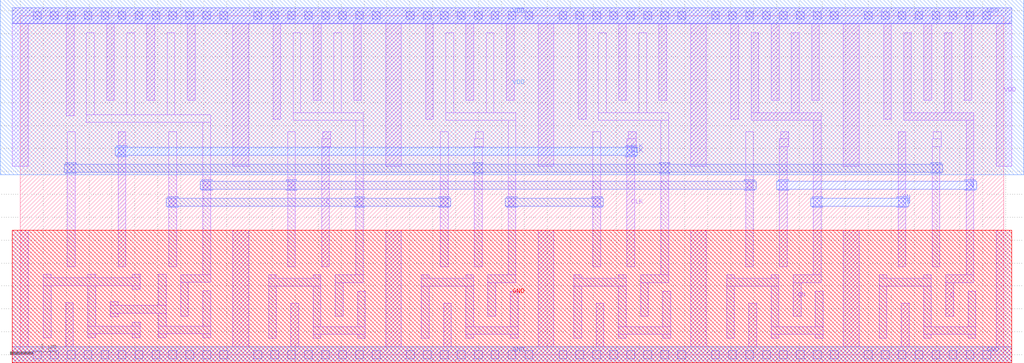
<source format=lef>
VERSION 5.7 ;
  NOWIREEXTENSIONATPIN ON ;
  DIVIDERCHAR "/" ;
  BUSBITCHARS "[]" ;
MACRO DFFX1
  CLASS CORE ;
  FOREIGN DFFX1 ;
  ORIGIN 0.000 0.000 ;
  SIZE 21.460 BY 7.400 ;
  SYMMETRY X Y R90 ;
  SITE unitrh ;
  PIN Q
    DIRECTION OUTPUT ;
    USE SIGNAL ;
    ANTENNAGATEAREA 1.027250 ;
    ANTENNADIFFAREA 1.351900 ;
    PORT
      LAYER li1 ;
        RECT 19.275 5.285 19.445 7.020 ;
        RECT 20.155 5.285 20.325 7.020 ;
        RECT 19.275 5.115 20.805 5.285 ;
        RECT 16.595 4.710 16.765 4.865 ;
        RECT 16.565 4.535 16.765 4.710 ;
        RECT 16.565 1.915 16.735 4.535 ;
        RECT 20.635 1.740 20.805 5.115 ;
        RECT 20.195 1.570 20.805 1.740 ;
        RECT 20.195 0.835 20.365 1.570 ;
      LAYER mcon ;
        RECT 16.565 3.615 16.735 3.785 ;
        RECT 20.635 3.615 20.805 3.785 ;
      LAYER met1 ;
        RECT 16.535 3.785 16.765 3.815 ;
        RECT 20.605 3.785 20.835 3.815 ;
        RECT 16.505 3.615 20.865 3.785 ;
        RECT 16.535 3.585 16.765 3.615 ;
        RECT 20.605 3.585 20.835 3.615 ;
    END
  END Q
  PIN QN
    DIRECTION OUTPUT ;
    USE SIGNAL ;
    ANTENNAGATEAREA 1.033250 ;
    ANTENNADIFFAREA 1.351900 ;
    PORT
      LAYER li1 ;
        RECT 15.945 5.285 16.115 7.020 ;
        RECT 16.825 5.285 16.995 7.020 ;
        RECT 15.945 5.115 17.475 5.285 ;
        RECT 17.305 1.740 17.475 5.115 ;
        RECT 19.155 1.915 19.325 4.865 ;
        RECT 16.865 1.570 17.475 1.740 ;
        RECT 16.865 0.835 17.035 1.570 ;
      LAYER mcon ;
        RECT 17.305 3.245 17.475 3.415 ;
        RECT 19.155 3.245 19.325 3.415 ;
      LAYER met1 ;
        RECT 17.275 3.415 17.505 3.445 ;
        RECT 19.125 3.415 19.355 3.445 ;
        RECT 17.245 3.245 19.385 3.415 ;
        RECT 17.275 3.215 17.505 3.245 ;
        RECT 19.125 3.215 19.355 3.245 ;
    END
  END QN
  PIN D
    DIRECTION INPUT ;
    USE SIGNAL ;
    ANTENNAGATEAREA 1.027250 ;
    PORT
      LAYER li1 ;
        RECT 6.605 4.710 6.775 4.865 ;
        RECT 6.575 4.535 6.775 4.710 ;
        RECT 6.575 1.915 6.745 4.535 ;
    END
  END D
  PIN CLK
    DIRECTION INPUT ;
    USE SIGNAL ;
    ANTENNAGATEAREA 2.042100 ;
    PORT
      LAYER li1 ;
        RECT 2.135 1.915 2.305 4.865 ;
        RECT 13.265 4.710 13.435 4.865 ;
        RECT 13.235 4.535 13.435 4.710 ;
        RECT 13.235 1.915 13.405 4.535 ;
      LAYER mcon ;
        RECT 2.135 4.355 2.305 4.525 ;
        RECT 13.235 4.355 13.405 4.525 ;
      LAYER met1 ;
        RECT 2.105 4.525 2.335 4.555 ;
        RECT 13.205 4.525 13.435 4.555 ;
        RECT 2.075 4.355 13.465 4.525 ;
        RECT 2.105 4.325 2.335 4.355 ;
        RECT 13.205 4.325 13.435 4.355 ;
    END
  END CLK
  PIN VDD
    DIRECTION INOUT ;
    USE POWER ;
    SHAPE ABUTMENT ;
    PORT
      LAYER nwell ;
        RECT -0.435 3.930 21.895 7.750 ;
      LAYER li1 ;
        RECT -0.170 7.230 21.630 7.570 ;
        RECT -0.170 4.110 0.170 7.230 ;
        RECT 1.005 5.215 1.175 7.230 ;
        RECT 1.885 5.555 2.055 7.230 ;
        RECT 2.765 5.555 2.935 7.230 ;
        RECT 3.645 5.555 3.815 7.230 ;
        RECT 4.640 4.110 4.980 7.230 ;
        RECT 5.515 5.135 5.685 7.230 ;
        RECT 6.395 5.555 6.565 7.230 ;
        RECT 7.275 5.555 7.445 7.230 ;
        RECT 7.970 4.110 8.310 7.230 ;
        RECT 8.845 5.135 9.015 7.230 ;
        RECT 9.725 5.555 9.895 7.230 ;
        RECT 10.605 5.555 10.775 7.230 ;
        RECT 11.300 4.110 11.640 7.230 ;
        RECT 12.175 5.135 12.345 7.230 ;
        RECT 13.055 5.555 13.225 7.230 ;
        RECT 13.935 5.555 14.105 7.230 ;
        RECT 14.630 4.110 14.970 7.230 ;
        RECT 15.505 5.135 15.675 7.230 ;
        RECT 16.385 5.555 16.555 7.230 ;
        RECT 17.265 5.555 17.435 7.230 ;
        RECT 17.960 4.110 18.300 7.230 ;
        RECT 18.835 5.135 19.005 7.230 ;
        RECT 19.715 5.555 19.885 7.230 ;
        RECT 20.595 5.555 20.765 7.230 ;
        RECT 21.290 4.110 21.630 7.230 ;
      LAYER mcon ;
        RECT 0.285 7.315 0.455 7.485 ;
        RECT 0.655 7.315 0.825 7.485 ;
        RECT 1.025 7.315 1.195 7.485 ;
        RECT 1.395 7.315 1.565 7.485 ;
        RECT 1.765 7.315 1.935 7.485 ;
        RECT 2.135 7.315 2.305 7.485 ;
        RECT 2.505 7.315 2.675 7.485 ;
        RECT 2.875 7.315 3.045 7.485 ;
        RECT 3.245 7.315 3.415 7.485 ;
        RECT 3.615 7.315 3.785 7.485 ;
        RECT 3.985 7.315 4.155 7.485 ;
        RECT 4.355 7.315 4.525 7.485 ;
        RECT 5.095 7.315 5.265 7.485 ;
        RECT 5.465 7.315 5.635 7.485 ;
        RECT 5.835 7.315 6.005 7.485 ;
        RECT 6.205 7.315 6.375 7.485 ;
        RECT 6.575 7.315 6.745 7.485 ;
        RECT 6.945 7.315 7.115 7.485 ;
        RECT 7.315 7.315 7.485 7.485 ;
        RECT 7.685 7.315 7.855 7.485 ;
        RECT 8.425 7.315 8.595 7.485 ;
        RECT 8.795 7.315 8.965 7.485 ;
        RECT 9.165 7.315 9.335 7.485 ;
        RECT 9.535 7.315 9.705 7.485 ;
        RECT 9.905 7.315 10.075 7.485 ;
        RECT 10.275 7.315 10.445 7.485 ;
        RECT 10.645 7.315 10.815 7.485 ;
        RECT 11.015 7.315 11.185 7.485 ;
        RECT 11.755 7.315 11.925 7.485 ;
        RECT 12.125 7.315 12.295 7.485 ;
        RECT 12.495 7.315 12.665 7.485 ;
        RECT 12.865 7.315 13.035 7.485 ;
        RECT 13.235 7.315 13.405 7.485 ;
        RECT 13.605 7.315 13.775 7.485 ;
        RECT 13.975 7.315 14.145 7.485 ;
        RECT 14.345 7.315 14.515 7.485 ;
        RECT 15.085 7.315 15.255 7.485 ;
        RECT 15.455 7.315 15.625 7.485 ;
        RECT 15.825 7.315 15.995 7.485 ;
        RECT 16.195 7.315 16.365 7.485 ;
        RECT 16.565 7.315 16.735 7.485 ;
        RECT 16.935 7.315 17.105 7.485 ;
        RECT 17.305 7.315 17.475 7.485 ;
        RECT 17.675 7.315 17.845 7.485 ;
        RECT 18.415 7.315 18.585 7.485 ;
        RECT 18.785 7.315 18.955 7.485 ;
        RECT 19.155 7.315 19.325 7.485 ;
        RECT 19.525 7.315 19.695 7.485 ;
        RECT 19.895 7.315 20.065 7.485 ;
        RECT 20.265 7.315 20.435 7.485 ;
        RECT 20.635 7.315 20.805 7.485 ;
        RECT 21.005 7.315 21.175 7.485 ;
      LAYER met1 ;
        RECT -0.170 7.225 21.630 7.570 ;
    END
  END VDD
  PIN GND
    DIRECTION INOUT ;
    USE GROUND ;
    SHAPE ABUTMENT ;
    PORT
      LAYER pwell ;
        RECT -0.170 -0.170 21.630 2.720 ;
      LAYER li1 ;
        RECT -0.170 0.170 0.170 2.720 ;
        RECT 0.990 0.170 1.160 1.130 ;
        RECT 4.640 0.170 4.980 2.720 ;
        RECT 5.905 0.170 6.075 1.120 ;
        RECT 7.970 0.170 8.310 2.720 ;
        RECT 9.235 0.170 9.405 1.120 ;
        RECT 11.300 0.170 11.640 2.720 ;
        RECT 12.565 0.170 12.735 1.120 ;
        RECT 14.630 0.170 14.970 2.720 ;
        RECT 15.895 0.170 16.065 1.120 ;
        RECT 17.960 0.170 18.300 2.720 ;
        RECT 19.225 0.170 19.395 1.120 ;
        RECT 21.290 0.170 21.630 2.720 ;
        RECT -0.170 -0.170 21.630 0.170 ;
      LAYER mcon ;
        RECT 0.285 -0.085 0.455 0.085 ;
        RECT 0.655 -0.085 0.825 0.085 ;
        RECT 1.025 -0.085 1.195 0.085 ;
        RECT 1.395 -0.085 1.565 0.085 ;
        RECT 1.765 -0.085 1.935 0.085 ;
        RECT 2.135 -0.085 2.305 0.085 ;
        RECT 2.505 -0.085 2.675 0.085 ;
        RECT 2.875 -0.085 3.045 0.085 ;
        RECT 3.245 -0.085 3.415 0.085 ;
        RECT 3.615 -0.085 3.785 0.085 ;
        RECT 3.985 -0.085 4.155 0.085 ;
        RECT 4.355 -0.085 4.525 0.085 ;
        RECT 5.095 -0.085 5.265 0.085 ;
        RECT 5.465 -0.085 5.635 0.085 ;
        RECT 5.835 -0.085 6.005 0.085 ;
        RECT 6.205 -0.085 6.375 0.085 ;
        RECT 6.575 -0.085 6.745 0.085 ;
        RECT 6.945 -0.085 7.115 0.085 ;
        RECT 7.315 -0.085 7.485 0.085 ;
        RECT 7.685 -0.085 7.855 0.085 ;
        RECT 8.425 -0.085 8.595 0.085 ;
        RECT 8.795 -0.085 8.965 0.085 ;
        RECT 9.165 -0.085 9.335 0.085 ;
        RECT 9.535 -0.085 9.705 0.085 ;
        RECT 9.905 -0.085 10.075 0.085 ;
        RECT 10.275 -0.085 10.445 0.085 ;
        RECT 10.645 -0.085 10.815 0.085 ;
        RECT 11.015 -0.085 11.185 0.085 ;
        RECT 11.755 -0.085 11.925 0.085 ;
        RECT 12.125 -0.085 12.295 0.085 ;
        RECT 12.495 -0.085 12.665 0.085 ;
        RECT 12.865 -0.085 13.035 0.085 ;
        RECT 13.235 -0.085 13.405 0.085 ;
        RECT 13.605 -0.085 13.775 0.085 ;
        RECT 13.975 -0.085 14.145 0.085 ;
        RECT 14.345 -0.085 14.515 0.085 ;
        RECT 15.085 -0.085 15.255 0.085 ;
        RECT 15.455 -0.085 15.625 0.085 ;
        RECT 15.825 -0.085 15.995 0.085 ;
        RECT 16.195 -0.085 16.365 0.085 ;
        RECT 16.565 -0.085 16.735 0.085 ;
        RECT 16.935 -0.085 17.105 0.085 ;
        RECT 17.305 -0.085 17.475 0.085 ;
        RECT 17.675 -0.085 17.845 0.085 ;
        RECT 18.415 -0.085 18.585 0.085 ;
        RECT 18.785 -0.085 18.955 0.085 ;
        RECT 19.155 -0.085 19.325 0.085 ;
        RECT 19.525 -0.085 19.695 0.085 ;
        RECT 19.895 -0.085 20.065 0.085 ;
        RECT 20.265 -0.085 20.435 0.085 ;
        RECT 20.635 -0.085 20.805 0.085 ;
        RECT 21.005 -0.085 21.175 0.085 ;
      LAYER met1 ;
        RECT -0.170 -0.170 21.630 0.170 ;
    END
  END GND
  OBS
      LAYER li1 ;
        RECT 1.445 5.240 1.615 7.020 ;
        RECT 2.325 5.240 2.495 7.020 ;
        RECT 3.205 5.240 3.375 7.020 ;
        RECT 5.955 5.285 6.125 7.020 ;
        RECT 6.835 5.285 7.005 7.020 ;
        RECT 9.285 5.285 9.455 7.020 ;
        RECT 10.165 5.285 10.335 7.020 ;
        RECT 12.615 5.285 12.785 7.020 ;
        RECT 13.495 5.285 13.665 7.020 ;
        RECT 1.445 5.070 4.155 5.240 ;
        RECT 5.955 5.115 7.485 5.285 ;
        RECT 9.285 5.115 10.815 5.285 ;
        RECT 12.615 5.115 14.145 5.285 ;
        RECT 1.025 1.915 1.195 4.865 ;
        RECT 3.245 1.915 3.415 4.865 ;
        RECT 0.505 1.675 0.675 1.755 ;
        RECT 1.475 1.675 1.645 1.755 ;
        RECT 2.445 1.675 2.615 1.755 ;
        RECT 0.505 1.505 2.615 1.675 ;
        RECT 0.505 0.375 0.675 1.505 ;
        RECT 1.475 0.625 1.645 1.505 ;
        RECT 2.445 1.425 2.615 1.505 ;
        RECT 1.965 1.080 2.135 1.160 ;
        RECT 3.015 1.080 3.185 1.755 ;
        RECT 3.985 1.750 4.155 5.070 ;
        RECT 5.835 1.915 6.005 4.865 ;
        RECT 1.965 0.910 3.185 1.080 ;
        RECT 1.965 0.830 2.135 0.910 ;
        RECT 2.445 0.625 2.615 0.705 ;
        RECT 1.475 0.455 2.615 0.625 ;
        RECT 1.475 0.375 1.645 0.455 ;
        RECT 2.445 0.375 2.615 0.455 ;
        RECT 3.015 0.625 3.185 0.910 ;
        RECT 3.500 1.580 4.155 1.750 ;
        RECT 5.420 1.665 5.590 1.745 ;
        RECT 6.390 1.665 6.560 1.745 ;
        RECT 7.315 1.740 7.485 5.115 ;
        RECT 9.165 1.915 9.335 4.865 ;
        RECT 9.935 4.710 10.105 4.865 ;
        RECT 9.905 4.535 10.105 4.710 ;
        RECT 9.905 1.915 10.075 4.535 ;
        RECT 3.500 0.845 3.670 1.580 ;
        RECT 5.420 1.495 6.560 1.665 ;
        RECT 3.985 0.625 4.155 1.395 ;
        RECT 3.015 0.455 4.155 0.625 ;
        RECT 3.015 0.375 3.185 0.455 ;
        RECT 3.985 0.375 4.155 0.455 ;
        RECT 5.420 0.365 5.590 1.495 ;
        RECT 6.390 0.615 6.560 1.495 ;
        RECT 6.875 1.570 7.485 1.740 ;
        RECT 8.750 1.665 8.920 1.745 ;
        RECT 9.720 1.665 9.890 1.745 ;
        RECT 10.645 1.740 10.815 5.115 ;
        RECT 12.495 1.915 12.665 4.865 ;
        RECT 6.875 0.835 7.045 1.570 ;
        RECT 8.750 1.495 9.890 1.665 ;
        RECT 7.360 0.615 7.530 1.385 ;
        RECT 6.390 0.445 7.530 0.615 ;
        RECT 6.390 0.365 6.560 0.445 ;
        RECT 7.360 0.365 7.530 0.445 ;
        RECT 8.750 0.365 8.920 1.495 ;
        RECT 9.720 0.615 9.890 1.495 ;
        RECT 10.205 1.570 10.815 1.740 ;
        RECT 12.080 1.665 12.250 1.745 ;
        RECT 13.050 1.665 13.220 1.745 ;
        RECT 13.975 1.740 14.145 5.115 ;
        RECT 15.825 1.915 15.995 4.865 ;
        RECT 19.925 4.710 20.095 4.865 ;
        RECT 19.895 4.535 20.095 4.710 ;
        RECT 19.895 1.915 20.065 4.535 ;
        RECT 10.205 0.835 10.375 1.570 ;
        RECT 12.080 1.495 13.220 1.665 ;
        RECT 10.690 0.615 10.860 1.385 ;
        RECT 9.720 0.445 10.860 0.615 ;
        RECT 9.720 0.365 9.890 0.445 ;
        RECT 10.690 0.365 10.860 0.445 ;
        RECT 12.080 0.365 12.250 1.495 ;
        RECT 13.050 0.615 13.220 1.495 ;
        RECT 13.535 1.570 14.145 1.740 ;
        RECT 15.410 1.665 15.580 1.745 ;
        RECT 16.380 1.665 16.550 1.745 ;
        RECT 13.535 0.835 13.705 1.570 ;
        RECT 15.410 1.495 16.550 1.665 ;
        RECT 14.020 0.615 14.190 1.385 ;
        RECT 13.050 0.445 14.190 0.615 ;
        RECT 13.050 0.365 13.220 0.445 ;
        RECT 14.020 0.365 14.190 0.445 ;
        RECT 15.410 0.365 15.580 1.495 ;
        RECT 16.380 0.615 16.550 1.495 ;
        RECT 18.740 1.665 18.910 1.745 ;
        RECT 19.710 1.665 19.880 1.745 ;
        RECT 18.740 1.495 19.880 1.665 ;
        RECT 17.350 0.615 17.520 1.385 ;
        RECT 16.380 0.445 17.520 0.615 ;
        RECT 16.380 0.365 16.550 0.445 ;
        RECT 17.350 0.365 17.520 0.445 ;
        RECT 18.740 0.365 18.910 1.495 ;
        RECT 19.710 0.615 19.880 1.495 ;
        RECT 20.680 0.615 20.850 1.385 ;
        RECT 19.710 0.445 20.850 0.615 ;
        RECT 19.710 0.365 19.880 0.445 ;
        RECT 20.680 0.365 20.850 0.445 ;
      LAYER mcon ;
        RECT 1.025 3.985 1.195 4.155 ;
        RECT 3.245 3.245 3.415 3.415 ;
        RECT 3.985 3.615 4.155 3.785 ;
        RECT 5.835 3.615 6.005 3.785 ;
        RECT 7.315 3.245 7.485 3.415 ;
        RECT 9.165 3.245 9.335 3.415 ;
        RECT 9.905 3.985 10.075 4.155 ;
        RECT 10.645 3.245 10.815 3.415 ;
        RECT 12.495 3.245 12.665 3.415 ;
        RECT 13.975 3.985 14.145 4.155 ;
        RECT 15.825 3.615 15.995 3.785 ;
        RECT 19.895 3.985 20.065 4.155 ;
      LAYER met1 ;
        RECT 0.995 4.155 1.225 4.185 ;
        RECT 9.875 4.155 10.105 4.185 ;
        RECT 13.945 4.155 14.175 4.185 ;
        RECT 19.865 4.155 20.095 4.185 ;
        RECT 0.965 3.985 20.125 4.155 ;
        RECT 0.995 3.955 1.225 3.985 ;
        RECT 9.875 3.955 10.105 3.985 ;
        RECT 13.945 3.955 14.175 3.985 ;
        RECT 19.865 3.955 20.095 3.985 ;
        RECT 3.955 3.785 4.185 3.815 ;
        RECT 5.805 3.785 6.035 3.815 ;
        RECT 15.795 3.785 16.025 3.815 ;
        RECT 3.925 3.615 16.055 3.785 ;
        RECT 3.955 3.585 4.185 3.615 ;
        RECT 5.805 3.585 6.035 3.615 ;
        RECT 15.795 3.585 16.025 3.615 ;
        RECT 3.215 3.415 3.445 3.445 ;
        RECT 7.285 3.415 7.515 3.445 ;
        RECT 9.135 3.415 9.365 3.445 ;
        RECT 10.615 3.415 10.845 3.445 ;
        RECT 12.465 3.415 12.695 3.445 ;
        RECT 3.185 3.245 9.395 3.415 ;
        RECT 10.585 3.245 12.725 3.415 ;
        RECT 3.215 3.215 3.445 3.245 ;
        RECT 7.285 3.215 7.515 3.245 ;
        RECT 9.135 3.215 9.365 3.245 ;
        RECT 10.615 3.215 10.845 3.245 ;
        RECT 12.465 3.215 12.695 3.245 ;
  END
END DFFX1
END LIBRARY


</source>
